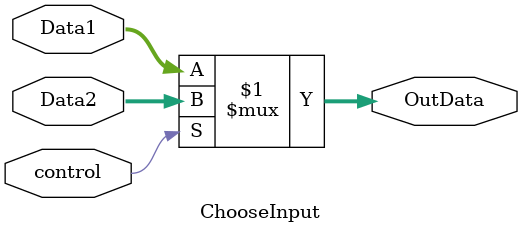
<source format=v>
module ChooseInput(
	input [31:0] Data1,
	input [31:0] Data2,
	input control,
	output [31:0] OutData
);
	assign OutData=control?Data2:Data1;
endmodule
</source>
